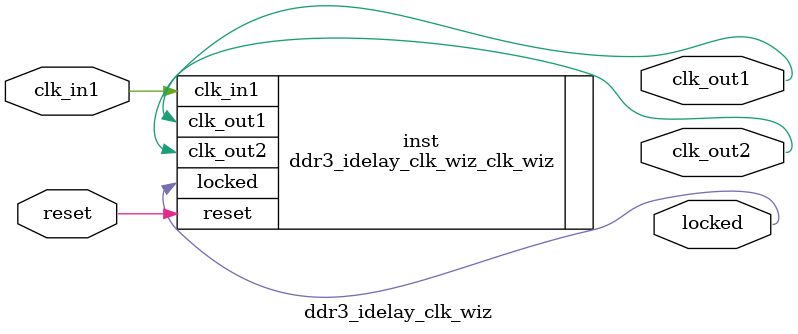
<source format=v>


`timescale 1ps/1ps

(* CORE_GENERATION_INFO = "ddr3_idelay_clk_wiz,clk_wiz_v6_0_3_0_0,{component_name=ddr3_idelay_clk_wiz,use_phase_alignment=true,use_min_o_jitter=false,use_max_i_jitter=false,use_dyn_phase_shift=false,use_inclk_switchover=false,use_dyn_reconfig=false,enable_axi=0,feedback_source=FDBK_AUTO,PRIMITIVE=MMCM,num_out_clk=2,clkin1_period=50.000,clkin2_period=10.0,use_power_down=false,use_reset=true,use_locked=true,use_inclk_stopped=false,feedback_type=SINGLE,CLOCK_MGR_TYPE=NA,manual_override=false}" *)

module ddr3_idelay_clk_wiz 
 (
  // Clock out ports
  output        clk_out1,
  output        clk_out2,
  // Status and control signals
  input         reset,
  output        locked,
 // Clock in ports
  input         clk_in1
 );

  ddr3_idelay_clk_wiz_clk_wiz inst
  (
  // Clock out ports  
  .clk_out1(clk_out1),
  .clk_out2(clk_out2),
  // Status and control signals               
  .reset(reset), 
  .locked(locked),
 // Clock in ports
  .clk_in1(clk_in1)
  );

endmodule

</source>
